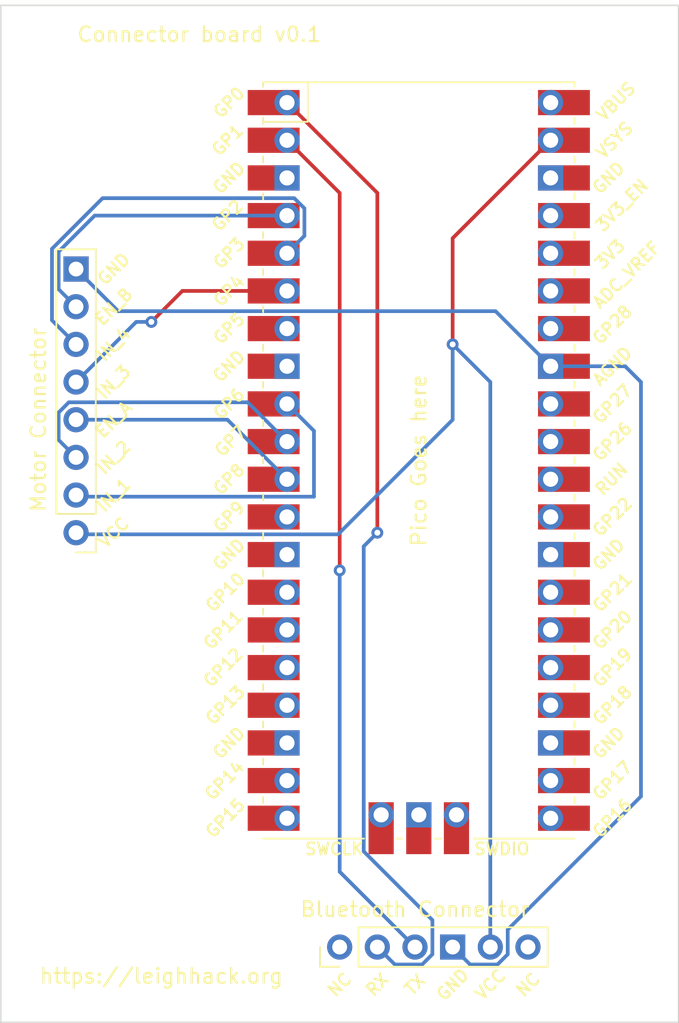
<source format=kicad_pcb>
(kicad_pcb (version 20221018) (generator pcbnew)
  (layers (0 "F.Cu" signal) (31 "B.Cu" signal) (34 "B.Paste" user) (35 "F.Paste" user) (36 "B.SilkS" user "B.Silkscreen") (37 "F.SilkS" user "F.Silkscreen") (38 "B.Mask" user) (39 "F.Mask" user) (44 "Edge.Cuts" user))
  (net 0 "")
  (net 1 "GND")
  (net 2 "VCC")
  (net 3 "IN_1")
  (net 4 "EN_A")
  (net 5 "IN_2")
  (net 6 "IN_3")
  (net 7 "EN_B")
  (net 8 "IN_4")
  (net 9 "NC")
  (net 10 "RX")
  (net 11 "TX")
  (footprint "Connector_PinHeader_2.54mm:PinHeader_1x06_P2.54mm_Vertical" (layer "F.Cu") (at 152.4 114.3 90)
    (fp_text reference "Bluetooth Connector" (at 2.54 5.08 180) (layer "F.SilkS"))
    (fp_text value "Bluetooth connector")
    (fp_line (start -1.33 -1.33) (end 0 -1.33) (stroke (width 0.12)) (layer "F.SilkS"))
    (fp_line (start -1.33 0) (end -1.33 -1.33) (stroke (width 0.12)) (layer "F.SilkS"))
    (fp_line (start -1.33 1.27) (end -1.33 14.03) (stroke (width 0.12)) (layer "F.SilkS"))
    (fp_line (start -1.33 1.27) (end 1.33 1.27) (stroke (width 0.12)) (layer "F.SilkS"))
    (fp_line (start -1.33 14.03) (end 1.33 14.03) (stroke (width 0.12)) (layer "F.SilkS"))
    (fp_line (start 1.33 1.27) (end 1.33 14.03) (stroke (width 0.12)) (layer "F.SilkS"))
    (pad "1" thru_hole oval (at 0 0 90) (size 1.7 1.7) (drill 1) (layers "*.Cu" "*.Mask") (net 9 "NC"))
    (pad "2" thru_hole oval (at 0 2.54 90) (size 1.7 1.7) (drill 1) (layers "*.Cu" "*.Mask") (net 10 "RX"))
    (pad "3" thru_hole oval (at 0 5.08 90) (size 1.7 1.7) (drill 1) (layers "*.Cu" "*.Mask") (net 11 "TX"))
    (pad "4" thru_hole rect (at 0 7.62 90) (size 1.7 1.7) (drill 1) (layers "*.Cu" "*.Mask") (net 1 "GND"))
    (pad "5" thru_hole oval (at 0 10.16 90) (size 1.7 1.7) (drill 1) (layers "*.Cu" "*.Mask") (net 2 "VCC"))
    (pad "6" thru_hole oval (at 0 12.7 90) (size 1.7 1.7) (drill 1) (layers "*.Cu" "*.Mask") (net 9 "NC"))
  )
  (footprint "Connector_PinHeader_2.54mm:PinHeader_1x08_P2.54mm_Vertical" (layer "F.Cu") (at 134.62 86.36 180)
    (fp_text reference "Motor Connector" (at 2.54 7.62 90) (layer "F.SilkS"))
    (fp_text value "L298-N Motor-driver" hide)
    (fp_line (start -1.33 -1.33) (end 0 -1.33) (stroke (width 0.12)) (layer "F.SilkS"))
    (fp_line (start -1.33 0) (end -1.33 -1.33) (stroke (width 0.12)) (layer "F.SilkS"))
    (fp_line (start -1.33 1.27) (end -1.33 19.11) (stroke (width 0.12)) (layer "F.SilkS"))
    (fp_line (start -1.33 1.27) (end 1.33 1.27) (stroke (width 0.12)) (layer "F.SilkS"))
    (fp_line (start -1.33 19.11) (end 1.33 19.11) (stroke (width 0.12)) (layer "F.SilkS"))
    (fp_line (start 1.33 1.27) (end 1.33 19.11) (stroke (width 0.12)) (layer "F.SilkS"))
    (pad "1" thru_hole oval (at 0 0 180) (size 1.7 1.7) (drill 1) (layers "*.Cu" "*.Mask") (net 2 "VCC"))
    (pad "2" thru_hole oval (at 0 2.54 180) (size 1.7 1.7) (drill 1) (layers "*.Cu" "*.Mask") (net 3 "IN_1"))
    (pad "3" thru_hole oval (at 0 5.08 180) (size 1.7 1.7) (drill 1) (layers "*.Cu" "*.Mask") (net 5 "IN_2"))
    (pad "4" thru_hole oval (at 0 7.62 180) (size 1.7 1.7) (drill 1) (layers "*.Cu" "*.Mask") (net 4 "EN_A"))
    (pad "5" thru_hole oval (at 0 10.16 180) (size 1.7 1.7) (drill 1) (layers "*.Cu" "*.Mask") (net 6 "IN_3"))
    (pad "6" thru_hole oval (at 0 12.7 180) (size 1.7 1.7) (drill 1) (layers "*.Cu" "*.Mask") (net 8 "IN_4"))
    (pad "7" thru_hole oval (at 0 15.24 180) (size 1.7 1.7) (drill 1) (layers "*.Cu" "*.Mask") (net 7 "EN_B"))
    (pad "8" thru_hole rect (at 0 17.78 180) (size 1.7 1.7) (drill 1) (layers "*.Cu" "*.Mask") (net 1 "GND"))
  )
  (footprint "MCU_RaspberryPi_and_Boards:RPi_Pico_SMD_TH" (layer "F.Cu") (at 157.737 81.485)
    (fp_text reference "Pico Goes here" (at 0 0 90) (layer "F.SilkS"))
    (fp_text value "Pico")
    (fp_text user "GP5" (at -12.8 -8.89 45) (layer "F.SilkS") (effects (font (size 0.8 0.8))))
    (fp_text user "GP28" (at 13.054 -9.144 45) (layer "F.SilkS") (effects (font (size 0.8 0.8))))
    (fp_text user "GP11" (at -13.2 11.43 45) (layer "F.SilkS") (effects (font (size 0.8 0.8))))
    (fp_text user "GP9" (at -12.8 3.81 45) (layer "F.SilkS") (effects (font (size 0.8 0.8))))
    (fp_text user "GP1" (at -12.9 -21.6 45) (layer "F.SilkS") (effects (font (size 0.8 0.8))))
    (fp_text user "GP26" (at 13.054 -1.27 45) (layer "F.SilkS") (effects (font (size 0.8 0.8))))
    (fp_text user "GP8" (at -12.8 1.27 45) (layer "F.SilkS") (effects (font (size 0.8 0.8))))
    (fp_text user "GND" (at 12.8 6.35 45) (layer "F.SilkS") (effects (font (size 0.8 0.8))))
    (fp_text user "AGND" (at 13.054 -6.35 45) (layer "F.SilkS") (effects (font (size 0.8 0.8))))
    (fp_text user "GP3" (at -12.8 -13.97 45) (layer "F.SilkS") (effects (font (size 0.8 0.8))))
    (fp_text user "GP18" (at 13.054 16.51 45) (layer "F.SilkS") (effects (font (size 0.8 0.8))))
    (fp_text user "GND" (at -12.8 6.35 45) (layer "F.SilkS") (effects (font (size 0.8 0.8))))
    (fp_text user "GP6" (at -12.8 -3.81 45) (layer "F.SilkS") (effects (font (size 0.8 0.8))))
    (fp_text user "GND" (at 12.8 -19.05 45) (layer "F.SilkS") (effects (font (size 0.8 0.8))))
    (fp_text user "GND" (at -12.8 -19.05 45) (layer "F.SilkS") (effects (font (size 0.8 0.8))))
    (fp_text user "GP2" (at -12.9 -16.51 45) (layer "F.SilkS") (effects (font (size 0.8 0.8))))
    (fp_text user "GP12" (at -13.2 13.97 45) (layer "F.SilkS") (effects (font (size 0.8 0.8))))
    (fp_text user "GP20" (at 13.054 11.43 45) (layer "F.SilkS") (effects (font (size 0.8 0.8))))
    (fp_text user "GND" (at 12.8 19.05 45) (layer "F.SilkS") (effects (font (size 0.8 0.8))))
    (fp_text user "GP27" (at 13.054 -3.8 45) (layer "F.SilkS") (effects (font (size 0.8 0.8))))
    (fp_text user "GP0" (at -12.8 -24.13 45) (layer "F.SilkS") (effects (font (size 0.8 0.8))))
    (fp_text user "VBUS" (at 13.3 -24.2 45) (layer "F.SilkS") (effects (font (size 0.8 0.8))))
    (fp_text user "GP16" (at 13.054 24.13 45) (layer "F.SilkS") (effects (font (size 0.8 0.8))))
    (fp_text user "SWCLK" (at -5.7 26.2) (layer "F.SilkS") (effects (font (size 0.8 0.8))))
    (fp_text user "ADC_VREF" (at 14 -12.5 45) (layer "F.SilkS") (effects (font (size 0.8 0.8))))
    (fp_text user "GP7" (at -12.7 -1.3 45) (layer "F.SilkS") (effects (font (size 0.8 0.8))))
    (fp_text user "3V3_EN" (at 13.7 -17.2 45) (layer "F.SilkS") (effects (font (size 0.8 0.8))))
    (fp_text user "GP19" (at 13.054 13.97 45) (layer "F.SilkS") (effects (font (size 0.8 0.8))))
    (fp_text user "GP15" (at -13.054 24.13 45) (layer "F.SilkS") (effects (font (size 0.8 0.8))))
    (fp_text user "GND" (at -12.8 -6.35 45) (layer "F.SilkS") (effects (font (size 0.8 0.8))))
    (fp_text user "GP4" (at -12.8 -11.43 45) (layer "F.SilkS") (effects (font (size 0.8 0.8))))
    (fp_text user "RUN" (at 13 1.27 45) (layer "F.SilkS") (effects (font (size 0.8 0.8))))
    (fp_text user "GP10" (at -13.054 8.89 45) (layer "F.SilkS") (effects (font (size 0.8 0.8))))
    (fp_text user "3V3" (at 12.9 -13.9 45) (layer "F.SilkS") (effects (font (size 0.8 0.8))))
    (fp_text user "GP17" (at 13.054 21.59 45) (layer "F.SilkS") (effects (font (size 0.8 0.8))))
    (fp_text user "SWDIO" (at 5.6 26.2) (layer "F.SilkS") (effects (font (size 0.8 0.8))))
    (fp_text user "GND" (at -12.8 19.05 45) (layer "F.SilkS") (effects (font (size 0.8 0.8))))
    (fp_text user "GP13" (at -13.054 16.51 45) (layer "F.SilkS") (effects (font (size 0.8 0.8))))
    (fp_text user "VSYS" (at 13.2 -21.59 45) (layer "F.SilkS") (effects (font (size 0.8 0.8))))
    (fp_text user "GP21" (at 13.054 8.9 45) (layer "F.SilkS") (effects (font (size 0.8 0.8))))
    (fp_text user "GP22" (at 13.054 3.81 45) (layer "F.SilkS") (effects (font (size 0.8 0.8))))
    (fp_text user "GP14" (at -13.1 21.59 45) (layer "F.SilkS") (effects (font (size 0.8 0.8))))
    (fp_line (start -10.5 -25.5) (end -10.5 -25.2) (stroke (width 0.12)) (layer "F.SilkS"))
    (fp_line (start -10.5 -25.5) (end 10.5 -25.5) (stroke (width 0.12)) (layer "F.SilkS"))
    (fp_line (start -10.5 -23.1) (end -10.5 -22.7) (stroke (width 0.12)) (layer "F.SilkS"))
    (fp_line (start -10.5 -22.833) (end -7.493 -22.833) (stroke (width 0.12)) (layer "F.SilkS"))
    (fp_line (start -10.5 -20.5) (end -10.5 -20.1) (stroke (width 0.12)) (layer "F.SilkS"))
    (fp_line (start -10.5 -18) (end -10.5 -17.6) (stroke (width 0.12)) (layer "F.SilkS"))
    (fp_line (start -10.5 -15.4) (end -10.5 -15) (stroke (width 0.12)) (layer "F.SilkS"))
    (fp_line (start -10.5 -12.9) (end -10.5 -12.5) (stroke (width 0.12)) (layer "F.SilkS"))
    (fp_line (start -10.5 -10.4) (end -10.5 -10) (stroke (width 0.12)) (layer "F.SilkS"))
    (fp_line (start -10.5 -7.8) (end -10.5 -7.4) (stroke (width 0.12)) (layer "F.SilkS"))
    (fp_line (start -10.5 -5.3) (end -10.5 -4.9) (stroke (width 0.12)) (layer "F.SilkS"))
    (fp_line (start -10.5 -2.7) (end -10.5 -2.3) (stroke (width 0.12)) (layer "F.SilkS"))
    (fp_line (start -10.5 -0.2) (end -10.5 0.2) (stroke (width 0.12)) (layer "F.SilkS"))
    (fp_line (start -10.5 2.3) (end -10.5 2.7) (stroke (width 0.12)) (layer "F.SilkS"))
    (fp_line (start -10.5 4.9) (end -10.5 5.3) (stroke (width 0.12)) (layer "F.SilkS"))
    (fp_line (start -10.5 7.4) (end -10.5 7.8) (stroke (width 0.12)) (layer "F.SilkS"))
    (fp_line (start -10.5 10) (end -10.5 10.4) (stroke (width 0.12)) (layer "F.SilkS"))
    (fp_line (start -10.5 12.5) (end -10.5 12.9) (stroke (width 0.12)) (layer "F.SilkS"))
    (fp_line (start -10.5 15.1) (end -10.5 15.5) (stroke (width 0.12)) (layer "F.SilkS"))
    (fp_line (start -10.5 17.6) (end -10.5 18) (stroke (width 0.12)) (layer "F.SilkS"))
    (fp_line (start -10.5 20.1) (end -10.5 20.5) (stroke (width 0.12)) (layer "F.SilkS"))
    (fp_line (start -10.5 22.7) (end -10.5 23.1) (stroke (width 0.12)) (layer "F.SilkS"))
    (fp_line (start -7.493 -22.833) (end -7.493 -25.5) (stroke (width 0.12)) (layer "F.SilkS"))
    (fp_line (start -3.7 25.5) (end -10.5 25.5) (stroke (width 0.12)) (layer "F.SilkS"))
    (fp_line (start -1.5 25.5) (end -1.1 25.5) (stroke (width 0.12)) (layer "F.SilkS"))
    (fp_line (start 1.1 25.5) (end 1.5 25.5) (stroke (width 0.12)) (layer "F.SilkS"))
    (fp_line (start 10.5 -25.5) (end 10.5 -25.2) (stroke (width 0.12)) (layer "F.SilkS"))
    (fp_line (start 10.5 -23.1) (end 10.5 -22.7) (stroke (width 0.12)) (layer "F.SilkS"))
    (fp_line (start 10.5 -20.5) (end 10.5 -20.1) (stroke (width 0.12)) (layer "F.SilkS"))
    (fp_line (start 10.5 -18) (end 10.5 -17.6) (stroke (width 0.12)) (layer "F.SilkS"))
    (fp_line (start 10.5 -15.4) (end 10.5 -15) (stroke (width 0.12)) (layer "F.SilkS"))
    (fp_line (start 10.5 -12.9) (end 10.5 -12.5) (stroke (width 0.12)) (layer "F.SilkS"))
    (fp_line (start 10.5 -10.4) (end 10.5 -10) (stroke (width 0.12)) (layer "F.SilkS"))
    (fp_line (start 10.5 -7.8) (end 10.5 -7.4) (stroke (width 0.12)) (layer "F.SilkS"))
    (fp_line (start 10.5 -5.3) (end 10.5 -4.9) (stroke (width 0.12)) (layer "F.SilkS"))
    (fp_line (start 10.5 -2.7) (end 10.5 -2.3) (stroke (width 0.12)) (layer "F.SilkS"))
    (fp_line (start 10.5 -0.2) (end 10.5 0.2) (stroke (width 0.12)) (layer "F.SilkS"))
    (fp_line (start 10.5 2.3) (end 10.5 2.7) (stroke (width 0.12)) (layer "F.SilkS"))
    (fp_line (start 10.5 4.9) (end 10.5 5.3) (stroke (width 0.12)) (layer "F.SilkS"))
    (fp_line (start 10.5 7.4) (end 10.5 7.8) (stroke (width 0.12)) (layer "F.SilkS"))
    (fp_line (start 10.5 10) (end 10.5 10.4) (stroke (width 0.12)) (layer "F.SilkS"))
    (fp_line (start 10.5 12.5) (end 10.5 12.9) (stroke (width 0.12)) (layer "F.SilkS"))
    (fp_line (start 10.5 15.1) (end 10.5 15.5) (stroke (width 0.12)) (layer "F.SilkS"))
    (fp_line (start 10.5 17.6) (end 10.5 18) (stroke (width 0.12)) (layer "F.SilkS"))
    (fp_line (start 10.5 20.1) (end 10.5 20.5) (stroke (width 0.12)) (layer "F.SilkS"))
    (fp_line (start 10.5 22.7) (end 10.5 23.1) (stroke (width 0.12)) (layer "F.SilkS"))
    (fp_line (start 10.5 25.5) (end 3.7 25.5) (stroke (width 0.12)) (layer "F.SilkS"))
    (pad "" np_thru_hole oval (at -2.725 -24) (size 1.8 1.8) (drill 1.8) (layers "*.Cu" "*.Mask"))
    (pad "" np_thru_hole oval (at -2.425 -20.97) (size 1.5 1.5) (drill 1.5) (layers "*.Cu" "*.Mask"))
    (pad "" np_thru_hole oval (at 2.425 -20.97) (size 1.5 1.5) (drill 1.5) (layers "*.Cu" "*.Mask"))
    (pad "" np_thru_hole oval (at 2.725 -24) (size 1.8 1.8) (drill 1.8) (layers "*.Cu" "*.Mask"))
    (pad "1" thru_hole oval (at -8.89 -24.13) (size 1.7 1.7) (drill 1.02) (layers "*.Cu" "*.Mask") (net 10 "RX"))
    (pad "1" smd rect (at -8.89 -24.13) (size 3.5 1.7) (drill (offset -0.9 0)) (layers "F.Cu" "F.Mask") (net 10 "RX"))
    (pad "2" thru_hole oval (at -8.89 -21.59) (size 1.7 1.7) (drill 1.02) (layers "*.Cu" "*.Mask") (net 11 "TX"))
    (pad "2" smd rect (at -8.89 -21.59) (size 3.5 1.7) (drill (offset -0.9 0)) (layers "F.Cu" "F.Mask") (net 11 "TX"))
    (pad "3" thru_hole rect (at -8.89 -19.05) (size 1.7 1.7) (drill 1.02) (layers "*.Cu" "*.Mask"))
    (pad "3" smd rect (at -8.89 -19.05) (size 3.5 1.7) (drill (offset -0.9 0)) (layers "F.Cu" "F.Mask"))
    (pad "4" thru_hole oval (at -8.89 -16.51) (size 1.7 1.7) (drill 1.02) (layers "*.Cu" "*.Mask") (net 7 "EN_B"))
    (pad "4" smd rect (at -8.89 -16.51) (size 3.5 1.7) (drill (offset -0.9 0)) (layers "F.Cu" "F.Mask") (net 7 "EN_B"))
    (pad "5" thru_hole oval (at -8.89 -13.97) (size 1.7 1.7) (drill 1.02) (layers "*.Cu" "*.Mask") (net 8 "IN_4"))
    (pad "5" smd rect (at -8.89 -13.97) (size 3.5 1.7) (drill (offset -0.9 0)) (layers "F.Cu" "F.Mask") (net 8 "IN_4"))
    (pad "6" thru_hole oval (at -8.89 -11.43) (size 1.7 1.7) (drill 1.02) (layers "*.Cu" "*.Mask") (net 6 "IN_3"))
    (pad "6" smd rect (at -8.89 -11.43) (size 3.5 1.7) (drill (offset -0.9 0)) (layers "F.Cu" "F.Mask") (net 6 "IN_3"))
    (pad "7" thru_hole oval (at -8.89 -8.89) (size 1.7 1.7) (drill 1.02) (layers "*.Cu" "*.Mask"))
    (pad "7" smd rect (at -8.89 -8.89) (size 3.5 1.7) (drill (offset -0.9 0)) (layers "F.Cu" "F.Mask"))
    (pad "8" thru_hole rect (at -8.89 -6.35) (size 1.7 1.7) (drill 1.02) (layers "*.Cu" "*.Mask"))
    (pad "8" smd rect (at -8.89 -6.35) (size 3.5 1.7) (drill (offset -0.9 0)) (layers "F.Cu" "F.Mask"))
    (pad "9" thru_hole oval (at -8.89 -3.81) (size 1.7 1.7) (drill 1.02) (layers "*.Cu" "*.Mask") (net 3 "IN_1"))
    (pad "9" smd rect (at -8.89 -3.81) (size 3.5 1.7) (drill (offset -0.9 0)) (layers "F.Cu" "F.Mask") (net 3 "IN_1"))
    (pad "10" thru_hole oval (at -8.89 -1.27) (size 1.7 1.7) (drill 1.02) (layers "*.Cu" "*.Mask") (net 5 "IN_2"))
    (pad "10" smd rect (at -8.89 -1.27) (size 3.5 1.7) (drill (offset -0.9 0)) (layers "F.Cu" "F.Mask") (net 5 "IN_2"))
    (pad "11" thru_hole oval (at -8.89 1.27) (size 1.7 1.7) (drill 1.02) (layers "*.Cu" "*.Mask") (net 4 "EN_A"))
    (pad "11" smd rect (at -8.89 1.27) (size 3.5 1.7) (drill (offset -0.9 0)) (layers "F.Cu" "F.Mask") (net 4 "EN_A"))
    (pad "12" thru_hole oval (at -8.89 3.81) (size 1.7 1.7) (drill 1.02) (layers "*.Cu" "*.Mask"))
    (pad "12" smd rect (at -8.89 3.81) (size 3.5 1.7) (drill (offset -0.9 0)) (layers "F.Cu" "F.Mask"))
    (pad "13" thru_hole rect (at -8.89 6.35) (size 1.7 1.7) (drill 1.02) (layers "*.Cu" "*.Mask"))
    (pad "13" smd rect (at -8.89 6.35) (size 3.5 1.7) (drill (offset -0.9 0)) (layers "F.Cu" "F.Mask"))
    (pad "14" thru_hole oval (at -8.89 8.89) (size 1.7 1.7) (drill 1.02) (layers "*.Cu" "*.Mask"))
    (pad "14" smd rect (at -8.89 8.89) (size 3.5 1.7) (drill (offset -0.9 0)) (layers "F.Cu" "F.Mask"))
    (pad "15" thru_hole oval (at -8.89 11.43) (size 1.7 1.7) (drill 1.02) (layers "*.Cu" "*.Mask"))
    (pad "15" smd rect (at -8.89 11.43) (size 3.5 1.7) (drill (offset -0.9 0)) (layers "F.Cu" "F.Mask"))
    (pad "16" thru_hole oval (at -8.89 13.97) (size 1.7 1.7) (drill 1.02) (layers "*.Cu" "*.Mask"))
    (pad "16" smd rect (at -8.89 13.97) (size 3.5 1.7) (drill (offset -0.9 0)) (layers "F.Cu" "F.Mask"))
    (pad "17" thru_hole oval (at -8.89 16.51) (size 1.7 1.7) (drill 1.02) (layers "*.Cu" "*.Mask"))
    (pad "17" smd rect (at -8.89 16.51) (size 3.5 1.7) (drill (offset -0.9 0)) (layers "F.Cu" "F.Mask"))
    (pad "18" thru_hole rect (at -8.89 19.05) (size 1.7 1.7) (drill 1.02) (layers "*.Cu" "*.Mask"))
    (pad "18" smd rect (at -8.89 19.05) (size 3.5 1.7) (drill (offset -0.9 0)) (layers "F.Cu" "F.Mask"))
    (pad "19" thru_hole oval (at -8.89 21.59) (size 1.7 1.7) (drill 1.02) (layers "*.Cu" "*.Mask"))
    (pad "19" smd rect (at -8.89 21.59) (size 3.5 1.7) (drill (offset -0.9 0)) (layers "F.Cu" "F.Mask"))
    (pad "20" thru_hole oval (at -8.89 24.13) (size 1.7 1.7) (drill 1.02) (layers "*.Cu" "*.Mask"))
    (pad "20" smd rect (at -8.89 24.13) (size 3.5 1.7) (drill (offset -0.9 0)) (layers "F.Cu" "F.Mask"))
    (pad "21" thru_hole oval (at 8.89 24.13) (size 1.7 1.7) (drill 1.02) (layers "*.Cu" "*.Mask"))
    (pad "21" smd rect (at 8.89 24.13) (size 3.5 1.7) (drill (offset 0.9 0)) (layers "F.Cu" "F.Mask"))
    (pad "22" thru_hole oval (at 8.89 21.59) (size 1.7 1.7) (drill 1.02) (layers "*.Cu" "*.Mask"))
    (pad "22" smd rect (at 8.89 21.59) (size 3.5 1.7) (drill (offset 0.9 0)) (layers "F.Cu" "F.Mask"))
    (pad "23" thru_hole rect (at 8.89 19.05) (size 1.7 1.7) (drill 1.02) (layers "*.Cu" "*.Mask"))
    (pad "23" smd rect (at 8.89 19.05) (size 3.5 1.7) (drill (offset 0.9 0)) (layers "F.Cu" "F.Mask"))
    (pad "24" thru_hole oval (at 8.89 16.51) (size 1.7 1.7) (drill 1.02) (layers "*.Cu" "*.Mask"))
    (pad "24" smd rect (at 8.89 16.51) (size 3.5 1.7) (drill (offset 0.9 0)) (layers "F.Cu" "F.Mask"))
    (pad "25" thru_hole oval (at 8.89 13.97) (size 1.7 1.7) (drill 1.02) (layers "*.Cu" "*.Mask"))
    (pad "25" smd rect (at 8.89 13.97) (size 3.5 1.7) (drill (offset 0.9 0)) (layers "F.Cu" "F.Mask"))
    (pad "26" thru_hole oval (at 8.89 11.43) (size 1.7 1.7) (drill 1.02) (layers "*.Cu" "*.Mask"))
    (pad "26" smd rect (at 8.89 11.43) (size 3.5 1.7) (drill (offset 0.9 0)) (layers "F.Cu" "F.Mask"))
    (pad "27" thru_hole oval (at 8.89 8.89) (size 1.7 1.7) (drill 1.02) (layers "*.Cu" "*.Mask"))
    (pad "27" smd rect (at 8.89 8.89) (size 3.5 1.7) (drill (offset 0.9 0)) (layers "F.Cu" "F.Mask"))
    (pad "28" thru_hole rect (at 8.89 6.35) (size 1.7 1.7) (drill 1.02) (layers "*.Cu" "*.Mask"))
    (pad "28" smd rect (at 8.89 6.35) (size 3.5 1.7) (drill (offset 0.9 0)) (layers "F.Cu" "F.Mask"))
    (pad "29" thru_hole oval (at 8.89 3.81) (size 1.7 1.7) (drill 1.02) (layers "*.Cu" "*.Mask"))
    (pad "29" smd rect (at 8.89 3.81) (size 3.5 1.7) (drill (offset 0.9 0)) (layers "F.Cu" "F.Mask"))
    (pad "30" thru_hole oval (at 8.89 1.27) (size 1.7 1.7) (drill 1.02) (layers "*.Cu" "*.Mask"))
    (pad "30" smd rect (at 8.89 1.27) (size 3.5 1.7) (drill (offset 0.9 0)) (layers "F.Cu" "F.Mask"))
    (pad "31" thru_hole oval (at 8.89 -1.27) (size 1.7 1.7) (drill 1.02) (layers "*.Cu" "*.Mask"))
    (pad "31" smd rect (at 8.89 -1.27) (size 3.5 1.7) (drill (offset 0.9 0)) (layers "F.Cu" "F.Mask"))
    (pad "32" thru_hole oval (at 8.89 -3.81) (size 1.7 1.7) (drill 1.02) (layers "*.Cu" "*.Mask"))
    (pad "32" smd rect (at 8.89 -3.81) (size 3.5 1.7) (drill (offset 0.9 0)) (layers "F.Cu" "F.Mask"))
    (pad "33" thru_hole rect (at 8.89 -6.35) (size 1.7 1.7) (drill 1.02) (layers "*.Cu" "*.Mask") (net 1 "GND"))
    (pad "33" smd rect (at 8.89 -6.35) (size 3.5 1.7) (drill (offset 0.9 0)) (layers "F.Cu" "F.Mask") (net 1 "GND"))
    (pad "34" thru_hole oval (at 8.89 -8.89) (size 1.7 1.7) (drill 1.02) (layers "*.Cu" "*.Mask"))
    (pad "34" smd rect (at 8.89 -8.89) (size 3.5 1.7) (drill (offset 0.9 0)) (layers "F.Cu" "F.Mask"))
    (pad "35" thru_hole oval (at 8.89 -11.43) (size 1.7 1.7) (drill 1.02) (layers "*.Cu" "*.Mask"))
    (pad "35" smd rect (at 8.89 -11.43) (size 3.5 1.7) (drill (offset 0.9 0)) (layers "F.Cu" "F.Mask"))
    (pad "36" thru_hole oval (at 8.89 -13.97) (size 1.7 1.7) (drill 1.02) (layers "*.Cu" "*.Mask"))
    (pad "36" smd rect (at 8.89 -13.97) (size 3.5 1.7) (drill (offset 0.9 0)) (layers "F.Cu" "F.Mask"))
    (pad "37" thru_hole oval (at 8.89 -16.51) (size 1.7 1.7) (drill 1.02) (layers "*.Cu" "*.Mask"))
    (pad "37" smd rect (at 8.89 -16.51) (size 3.5 1.7) (drill (offset 0.9 0)) (layers "F.Cu" "F.Mask"))
    (pad "38" thru_hole rect (at 8.89 -19.05) (size 1.7 1.7) (drill 1.02) (layers "*.Cu" "*.Mask"))
    (pad "38" smd rect (at 8.89 -19.05) (size 3.5 1.7) (drill (offset 0.9 0)) (layers "F.Cu" "F.Mask"))
    (pad "39" thru_hole oval (at 8.89 -21.59) (size 1.7 1.7) (drill 1.02) (layers "*.Cu" "*.Mask") (net 2 "VCC"))
    (pad "39" smd rect (at 8.89 -21.59) (size 3.5 1.7) (drill (offset 0.9 0)) (layers "F.Cu" "F.Mask") (net 2 "VCC"))
    (pad "40" thru_hole oval (at 8.89 -24.13) (size 1.7 1.7) (drill 1.02) (layers "*.Cu" "*.Mask"))
    (pad "40" smd rect (at 8.89 -24.13) (size 3.5 1.7) (drill (offset 0.9 0)) (layers "F.Cu" "F.Mask"))
    (pad "41" thru_hole oval (at -2.54 23.9) (size 1.7 1.7) (drill 1.02) (layers "*.Cu" "*.Mask"))
    (pad "41" smd rect (at -2.54 23.9 90) (size 3.5 1.7) (drill (offset -0.9 0)) (layers "F.Cu" "F.Mask"))
    (pad "42" thru_hole rect (at 0 23.9) (size 1.7 1.7) (drill 1.02) (layers "*.Cu" "*.Mask"))
    (pad "42" smd rect (at 0 23.9 90) (size 3.5 1.7) (drill (offset -0.9 0)) (layers "F.Cu" "F.Mask"))
    (pad "43" thru_hole oval (at 2.54 23.9) (size 1.7 1.7) (drill 1.02) (layers "*.Cu" "*.Mask"))
    (pad "43" smd rect (at 2.54 23.9 90) (size 3.5 1.7) (drill (offset -0.9 0)) (layers "F.Cu" "F.Mask"))
  )
  (gr_poly (pts (xy 129.54 66.04) (xy 129.54 119.38) (xy 147.32 119.38) (xy 175.26 119.38) (xy 175.26 50.8) (xy 129.54 50.8)) (stroke (width 0.1)) (fill none) (layer "Edge.Cuts"))
  (gr_text "EN_A" (at 137.16 78.74 45) (layer "F.SilkS") (effects (font (size 0.8 0.8))))
  (gr_text "IN_3" (at 137.16 76.2 45) (layer "F.SilkS") (effects (font (size 0.8 0.8))))
  (gr_text "VCC" (at 162.56 116.84 45) (layer "F.SilkS") (effects (font (size 0.8 0.8))))
  (gr_text "GND" (at 160.02 116.84 45) (layer "F.SilkS") (effects (font (size 0.8 0.8))))
  (gr_text "NC" (at 165.1 116.84 45) (layer "F.SilkS") (effects (font (size 0.8 0.8))))
  (gr_text "VCC" (at 137.16 86.36 45) (layer "F.SilkS") (effects (font (size 0.8 0.8))))
  (gr_text "https://leighhack.org" (at 132.08 116.84) (layer "F.SilkS") (effects (font (size 1 1)) (justify left bottom)))
  (gr_text "NC" (at 152.4 116.84 45) (layer "F.SilkS") (effects (font (size 0.8 0.8))))
  (gr_text "IN_1" (at 137.16 83.82 45) (layer "F.SilkS") (effects (font (size 0.8 0.8))))
  (gr_text "Connector board v0.1" (at 134.62 53.34) (layer "F.SilkS") (effects (font (size 1 1)) (justify left bottom)))
  (gr_text "IN_2" (at 137.16 81.28 45) (layer "F.SilkS") (effects (font (size 0.8 0.8))))
  (gr_text "IN_4" (at 137.16 73.66 45) (layer "F.SilkS") (effects (font (size 0.8 0.8))))
  (gr_text "TX" (at 157.48 116.84 45) (layer "F.SilkS") (effects (font (size 0.8 0.8))))
  (gr_text "RX" (at 154.94 116.84 45) (layer "F.SilkS") (effects (font (size 0.8 0.8))))
  (gr_text "GND" (at 137.16 68.58 45) (layer "F.SilkS") (effects (font (size 0.8 0.8))))
  (gr_text "EN_B" (at 137.16 71.12 45) (layer "F.SilkS") (effects (font (size 0.8 0.8))))
  (segment (start 160.02 114.3) (end 161.195 115.475) (width 0.25) (layer "B.Cu") (net 1))
  (segment (start 163.735 113.125) (end 172.72 104.14) (width 0.25) (layer "B.Cu") (net 1))
  (segment (start 162.912 71.42) (end 166.627 75.135) (width 0.25) (layer "B.Cu") (net 1))
  (segment (start 163.046701 115.475) (end 163.735 114.786701) (width 0.25) (layer "B.Cu") (net 1))
  (segment (start 163.735 114.786701) (end 163.735 113.125) (width 0.25) (layer "B.Cu") (net 1))
  (segment (start 172.72 76.2) (end 171.655 75.135) (width 0.25) (layer "B.Cu") (net 1))
  (segment (start 171.655 75.135) (end 166.627 75.135) (width 0.25) (layer "B.Cu") (net 1))
  (segment (start 137.46 71.42) (end 162.912 71.42) (width 0.25) (layer "B.Cu") (net 1))
  (segment (start 134.62 68.58) (end 137.46 71.42) (width 0.25) (layer "B.Cu") (net 1))
  (segment (start 161.195 115.475) (end 163.046701 115.475) (width 0.25) (layer "B.Cu") (net 1))
  (segment (start 172.72 104.14) (end 172.72 76.2) (width 0.25) (layer "B.Cu") (net 1))
  (segment (start 160.02 73.66) (end 160.02 66.502) (width 0.25) (layer "F.Cu") (net 2))
  (segment (start 160.02 66.502) (end 166.627 59.895) (width 0.25) (layer "F.Cu") (net 2))
  (via (at 160.02 73.66) (size 0.8) (drill 0.4) (layers "F.Cu" "B.Cu") (net 2))
  (segment (start 162.56 114.3) (end 162.56 76.2) (width 0.25) (layer "B.Cu") (net 2))
  (segment (start 160.02 78.74) (end 160.02 73.66) (width 0.25) (layer "B.Cu") (net 2))
  (segment (start 152.29 86.47) (end 160.02 78.74) (width 0.25) (layer "B.Cu") (net 2))
  (segment (start 134.73 86.47) (end 152.29 86.47) (width 0.25) (layer "B.Cu") (net 2))
  (segment (start 134.62 86.36) (end 134.73 86.47) (width 0.25) (layer "B.Cu") (net 2))
  (segment (start 162.56 76.2) (end 160.02 73.66) (width 0.25) (layer "B.Cu") (net 2))
  (segment (start 150.665604 83.93) (end 150.665604 79.493604) (width 0.25) (layer "B.Cu") (net 3))
  (segment (start 150.665604 79.493604) (end 148.847 77.675) (width 0.25) (layer "B.Cu") (net 3))
  (segment (start 134.62 83.82) (end 134.73 83.93) (width 0.25) (layer "B.Cu") (net 3))
  (segment (start 134.73 83.93) (end 150.665604 83.93) (width 0.25) (layer "B.Cu") (net 3))
  (segment (start 144.832 78.74) (end 148.847 82.755) (width 0.25) (layer "B.Cu") (net 4))
  (segment (start 134.62 78.74) (end 144.832 78.74) (width 0.25) (layer "B.Cu") (net 4))
  (segment (start 134.62 81.28) (end 133.445 80.105) (width 0.25) (layer "B.Cu") (net 5))
  (segment (start 133.445 80.105) (end 133.445 78.253299) (width 0.25) (layer "B.Cu") (net 5))
  (segment (start 134.133299 77.565) (end 146.197 77.565) (width 0.25) (layer "B.Cu") (net 5))
  (segment (start 146.197 77.565) (end 148.847 80.215) (width 0.25) (layer "B.Cu") (net 5))
  (segment (start 133.445 78.253299) (end 134.133299 77.565) (width 0.25) (layer "B.Cu") (net 5))
  (segment (start 141.7895 70.055) (end 148.847 70.055) (width 0.25) (layer "F.Cu") (net 6))
  (segment (start 139.7 72.1445) (end 141.7895 70.055) (width 0.25) (layer "F.Cu") (net 6))
  (via (at 139.7 72.1445) (size 0.8) (drill 0.4) (layers "F.Cu" "B.Cu") (net 6))
  (segment (start 134.62 76.2) (end 138.6755 72.1445) (width 0.25) (layer "B.Cu") (net 6))
  (segment (start 138.6755 72.1445) (end 139.7 72.1445) (width 0.25) (layer "B.Cu") (net 6))
  (segment (start 133.445 67.405) (end 135.875 64.975) (width 0.25) (layer "B.Cu") (net 7))
  (segment (start 134.62 71.12) (end 133.445 69.945) (width 0.25) (layer "B.Cu") (net 7))
  (segment (start 133.445 69.945) (end 133.445 67.405) (width 0.25) (layer "B.Cu") (net 7))
  (segment (start 135.875 64.975) (end 148.847 64.975) (width 0.25) (layer "B.Cu") (net 7))
  (segment (start 132.995 72.035) (end 132.995 67.218604) (width 0.25) (layer "B.Cu") (net 8))
  (segment (start 132.995 67.218604) (end 136.413604 63.8) (width 0.25) (layer "B.Cu") (net 8))
  (segment (start 134.62 73.66) (end 132.995 72.035) (width 0.25) (layer "B.Cu") (net 8))
  (segment (start 150.022 66.34) (end 148.847 67.515) (width 0.25) (layer "B.Cu") (net 8))
  (segment (start 150.022 64.488299) (end 150.022 66.34) (width 0.25) (layer "B.Cu") (net 8))
  (segment (start 149.333701 63.8) (end 150.022 64.488299) (width 0.25) (layer "B.Cu") (net 8))
  (segment (start 136.413604 63.8) (end 149.333701 63.8) (width 0.25) (layer "B.Cu") (net 8))
  (segment (start 154.94 63.448) (end 148.847 57.355) (width 0.25) (layer "F.Cu") (net 10))
  (segment (start 154.94 86.36) (end 154.94 63.448) (width 0.25) (layer "F.Cu") (net 10))
  (via (at 154.94 86.36) (size 0.8) (drill 0.4) (layers "F.Cu" "B.Cu") (net 10))
  (segment (start 154.94 114.3) (end 156.115 115.475) (width 0.25) (layer "B.Cu") (net 10))
  (segment (start 158.655 114.786701) (end 158.655 112.485) (width 0.25) (layer "B.Cu") (net 10))
  (segment (start 156.115 115.475) (end 157.966701 115.475) (width 0.25) (layer "B.Cu") (net 10))
  (segment (start 154.022 107.852) (end 154.022 87.278) (width 0.25) (layer "B.Cu") (net 10))
  (segment (start 158.655 112.485) (end 154.022 107.852) (width 0.25) (layer "B.Cu") (net 10))
  (segment (start 154.022 87.278) (end 154.94 86.36) (width 0.25) (layer "B.Cu") (net 10))
  (segment (start 157.966701 115.475) (end 158.655 114.786701) (width 0.25) (layer "B.Cu") (net 10))
  (segment (start 152.4 88.9) (end 152.4 63.448) (width 0.25) (layer "F.Cu") (net 11))
  (segment (start 152.4 63.448) (end 148.847 59.895) (width 0.25) (layer "F.Cu") (net 11))
  (via (at 152.4 88.9) (size 0.8) (drill 0.4) (layers "F.Cu" "B.Cu") (net 11))
  (segment (start 152.4 109.22) (end 152.4 88.9) (width 0.25) (layer "B.Cu") (net 11))
  (segment (start 157.48 114.3) (end 152.4 109.22) (width 0.25) (layer "B.Cu") (net 11))
)
</source>
